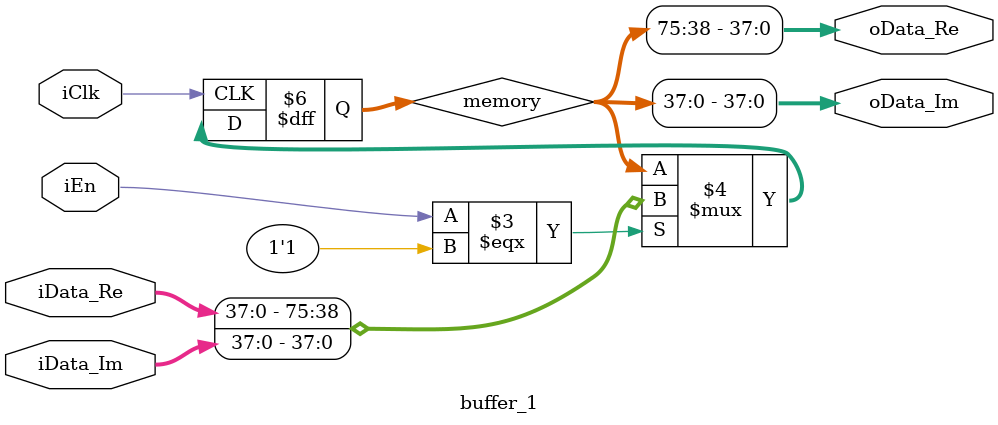
<source format=v>
`define false 1'b 0
`define FALSE 1'b 0
`define true 1'b 1
`define TRUE 1'b 1

`timescale 1 ns / 1 ns // timescale for following modules



module buffer_1 (
   iClk,
   iEn,
   iData_Re,
   iData_Im,
   oData_Re,
   oData_Im);
 

input   iClk; 
input   iEn; 
input   [37:0] iData_Re; 
input   [37:0] iData_Im; 
output   [37:0] oData_Re; 
output   [37:0] oData_Im; 

wire    [37:0] oData_Re; 
wire    [37:0] oData_Im; 
reg     [75:0] memory; 

assign oData_Re = memory[75:38]; 
assign oData_Im = memory[37:0]; 

always @(posedge iClk)
   begin : process_1
   if (iClk === 1'b 1)
      begin
      if (iEn === 1'b 1)
         begin
         memory <= {iData_Re, iData_Im};   
         end
      else
         ;
      end
   end


endmodule // module buffer_1


</source>
